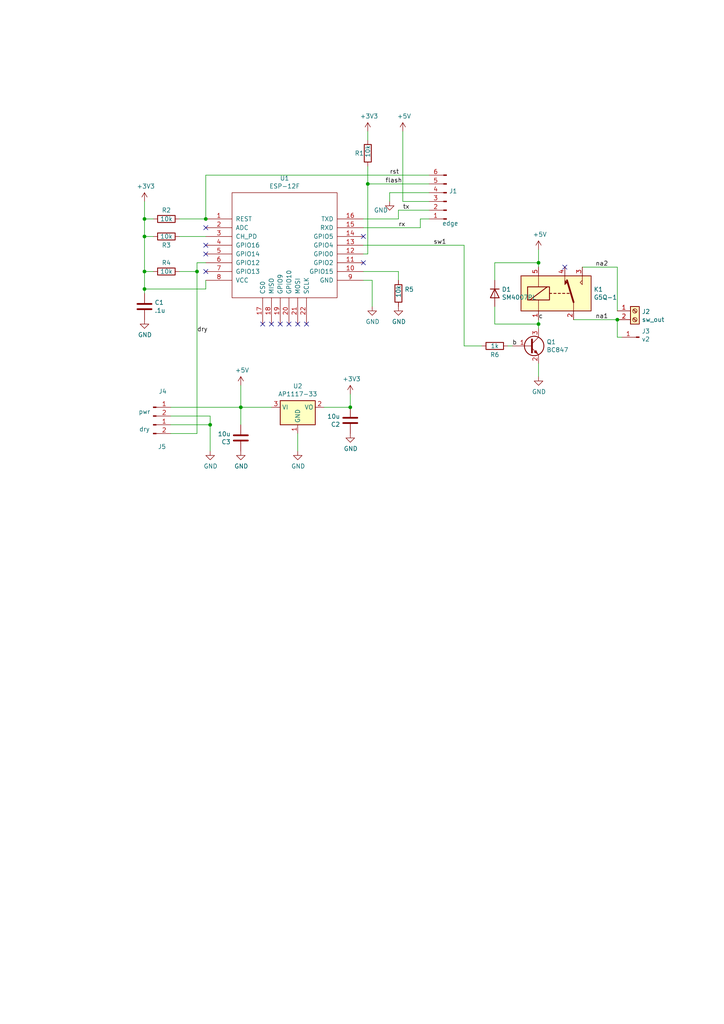
<source format=kicad_sch>
(kicad_sch (version 20230121) (generator eeschema)
  (paper "A4" portrait)
  (lib_symbols
    (symbol "Device:C" (pin_numbers hide) (pin_names (offset 0.254))
      (property "Reference" "C" (at 0.635 2.54 0))
      (property "Value" "C" (at 0.635 -2.54 0))
      (symbol "C_0_1"
        (polyline (pts (xy -2.032 -0.762) (xy 2.032 -0.762)) (stroke (width 0.508)))
        (polyline (pts (xy -2.032 0.762) (xy 2.032 0.762)) (stroke (width 0.508)))
      )
      (symbol "C_1_1"
        (pin passive line (at 0 3.81 270) (length 2.794) (name "~") (number "1"))
        (pin passive line (at 0 -3.81 90) (length 2.794) (name "~") (number "2"))
      )
    )
    (symbol "Device:R" (pin_numbers hide) (pin_names (offset 0))
      (property "Reference" "R" (at 2.032 0 90))
      (property "Value" "R" (at 0 0 90))
      (symbol "R_0_1"
        (rectangle (start -1.016 -2.54) (end 1.016 2.54) (stroke (width 0.254)))
      )
      (symbol "R_1_1"
        (pin passive line (at 0 3.81 270) (length 1.27) (name "~") (number "1"))
        (pin passive line (at 0 -3.81 90) (length 1.27) (name "~") (number "2"))
      )
    )
    (symbol "Regulator_Linear:AP1117-33"
      (property "Reference" "U" (at -3.81 3.175 0))
      (property "Value" "AP1117-33" (at 0 3.175 0))
      (symbol "AP1117-33_0_1"
        (rectangle (start -5.08 -5.08) (end 5.08 1.905) (stroke (width 0.254)) (fill (type background)))
      )
      (symbol "AP1117-33_1_1"
        (pin power_in line (at 0 -7.62 90) (length 2.54) (name "GND") (number "1"))
        (pin power_out line (at 7.62 0 180) (length 2.54) (name "VO") (number "2"))
        (pin power_in line (at -7.62 0 0) (length 2.54) (name "VI") (number "3"))
      )
    )
    (symbol "Relay:G5Q-1"
      (property "Reference" "K" (at 11.43 3.81 0))
      (property "Value" "G5Q-1" (at 11.43 1.27 0))
      (symbol "G5Q-1_0_0"
        (polyline (pts (xy 7.62 5.08) (xy 7.62 2.54) (xy 6.985 3.175) (xy 7.62 3.81)))
      )
      (symbol "G5Q-1_0_1"
        (rectangle (start -10.16 5.08) (end 10.16 -5.08) (stroke (width 0.254)) (fill (type background)))
        (rectangle (start -8.255 1.905) (end -1.905 -1.905) (stroke (width 0.254)))
        (polyline (pts (xy -7.62 -1.905) (xy -2.54 1.905)) (stroke (width 0.254)))
        (polyline (pts (xy -5.08 -5.08) (xy -5.08 -1.905)))
        (polyline (pts (xy -5.08 5.08) (xy -5.08 1.905)))
        (polyline (pts (xy -1.905 0) (xy -1.27 0)) (stroke (width 0.254)))
        (polyline (pts (xy -0.635 0) (xy 0 0)) (stroke (width 0.254)))
        (polyline (pts (xy 0.635 0) (xy 1.27 0)) (stroke (width 0.254)))
        (polyline (pts (xy 1.905 0) (xy 2.54 0)) (stroke (width 0.254)))
        (polyline (pts (xy 3.175 0) (xy 3.81 0)) (stroke (width 0.254)))
        (polyline (pts (xy 5.08 -2.54) (xy 3.175 3.81)) (stroke (width 0.508)))
        (polyline (pts (xy 5.08 -2.54) (xy 5.08 -5.08)))
        (polyline (pts (xy 2.54 5.08) (xy 2.54 2.54) (xy 3.175 3.175) (xy 2.54 3.81)) (fill (type outline)))
      )
      (symbol "G5Q-1_1_1"
        (pin passive line (at -5.08 -7.62 90) (length 2.54) (name "~") (number "1"))
        (pin passive line (at 5.08 -7.62 90) (length 2.54) (name "~") (number "2"))
        (pin passive line (at 7.62 7.62 270) (length 2.54) (name "~") (number "3"))
        (pin passive line (at 2.54 7.62 270) (length 2.54) (name "~") (number "4"))
        (pin passive line (at -5.08 7.62 270) (length 2.54) (name "~") (number "5"))
      )
    )
    (symbol "Transistor_BJT:BC847" (pin_names (offset 0) hide)
      (property "Reference" "Q" (at 5.08 1.905 0))
      (property "Value" "BC847" (at 5.08 0 0))
      (symbol "BC847_0_1"
        (polyline (pts (xy 0.635 0.635) (xy 2.54 2.54)))
        (polyline (pts (xy 0.635 -0.635) (xy 2.54 -2.54) (xy 2.54 -2.54)))
        (polyline (pts (xy 0.635 1.905) (xy 0.635 -1.905) (xy 0.635 -1.905)) (stroke (width 0.508)))
        (polyline (pts (xy 1.27 -1.778) (xy 1.778 -1.27) (xy 2.286 -2.286) (xy 1.27 -1.778) (xy 1.27 -1.778)) (fill (type outline)))
        (circle (center 1.27 0) (radius 2.8194) (stroke (width 0.254)))
      )
      (symbol "BC847_1_1"
        (pin input line (at -5.08 0 0) (length 5.715) (name "B") (number "1"))
        (pin passive line (at 2.54 -5.08 90) (length 2.54) (name "E") (number "2"))
        (pin passive line (at 2.54 5.08 270) (length 2.54) (name "C") (number "3"))
      )
    )
    (symbol "device01-rescue:+3.3V-power" (power) (pin_names (offset 0))
      (property "Value" "+3.3V-power" (at 0 3.556 0))
      (symbol "+3.3V-power_0_1"
        (polyline (pts (xy -0.762 1.27) (xy 0 2.54)))
        (polyline (pts (xy 0 0) (xy 0 2.54)))
        (polyline (pts (xy 0 2.54) (xy 0.762 1.27)))
      )
      (symbol "+3.3V-power_1_1"
        (pin power_in line (at 0 0 90) (length 0) hide (name "+3V3") (number "1"))
      )
    )
    (symbol "device01-rescue:Conn_01x01_Male-Connector" (pin_names (offset 1.016) hide)
      (property "Reference" "J" (at 0 2.54 0))
      (property "Value" "Connector_Conn_01x01_Male" (at 0 -2.54 0))
      (symbol "Conn_01x01_Male-Connector_1_1"
        (polyline (pts (xy 1.27 0) (xy 0.8636 0)) (stroke (width 0.1524)))
        (rectangle (start 0.8636 0.127) (end 0 -0.127) (stroke (width 0.1524)) (fill (type outline)))
        (pin passive line (at 5.08 0 180) (length 3.81) (name "Pin_1") (number "1"))
      )
    )
    (symbol "device01-rescue:Conn_01x02_Male-Connector" (pin_names (offset 1.016) hide)
      (property "Reference" "J" (at 0 2.54 0))
      (property "Value" "Connector_Conn_01x02_Male" (at 0 -5.08 0))
      (symbol "Conn_01x02_Male-Connector_1_1"
        (polyline (pts (xy 1.27 -2.54) (xy 0.8636 -2.54)) (stroke (width 0.1524)))
        (polyline (pts (xy 1.27 0) (xy 0.8636 0)) (stroke (width 0.1524)))
        (rectangle (start 0.8636 -2.413) (end 0 -2.667) (stroke (width 0.1524)) (fill (type outline)))
        (rectangle (start 0.8636 0.127) (end 0 -0.127) (stroke (width 0.1524)) (fill (type outline)))
        (pin passive line (at 5.08 0 180) (length 3.81) (name "Pin_1") (number "1"))
        (pin passive line (at 5.08 -2.54 180) (length 3.81) (name "Pin_2") (number "2"))
      )
    )
    (symbol "device01-rescue:Conn_01x06_Male-Connector" (pin_names (offset 1.016) hide)
      (property "Reference" "J" (at 0 7.62 0))
      (property "Value" "Connector_Conn_01x06_Male" (at 0 -10.16 0))
      (symbol "Conn_01x06_Male-Connector_1_1"
        (polyline (pts (xy 1.27 -7.62) (xy 0.8636 -7.62)) (stroke (width 0.1524)))
        (polyline (pts (xy 1.27 -5.08) (xy 0.8636 -5.08)) (stroke (width 0.1524)))
        (polyline (pts (xy 1.27 -2.54) (xy 0.8636 -2.54)) (stroke (width 0.1524)))
        (polyline (pts (xy 1.27 0) (xy 0.8636 0)) (stroke (width 0.1524)))
        (polyline (pts (xy 1.27 2.54) (xy 0.8636 2.54)) (stroke (width 0.1524)))
        (polyline (pts (xy 1.27 5.08) (xy 0.8636 5.08)) (stroke (width 0.1524)))
        (rectangle (start 0.8636 -7.493) (end 0 -7.747) (stroke (width 0.1524)) (fill (type outline)))
        (rectangle (start 0.8636 -4.953) (end 0 -5.207) (stroke (width 0.1524)) (fill (type outline)))
        (rectangle (start 0.8636 -2.413) (end 0 -2.667) (stroke (width 0.1524)) (fill (type outline)))
        (rectangle (start 0.8636 0.127) (end 0 -0.127) (stroke (width 0.1524)) (fill (type outline)))
        (rectangle (start 0.8636 2.667) (end 0 2.413) (stroke (width 0.1524)) (fill (type outline)))
        (rectangle (start 0.8636 5.207) (end 0 4.953) (stroke (width 0.1524)) (fill (type outline)))
        (pin passive line (at 5.08 5.08 180) (length 3.81) (name "Pin_1") (number "1"))
        (pin passive line (at 5.08 2.54 180) (length 3.81) (name "Pin_2") (number "2"))
        (pin passive line (at 5.08 0 180) (length 3.81) (name "Pin_3") (number "3"))
        (pin passive line (at 5.08 -2.54 180) (length 3.81) (name "Pin_4") (number "4"))
        (pin passive line (at 5.08 -5.08 180) (length 3.81) (name "Pin_5") (number "5"))
        (pin passive line (at 5.08 -7.62 180) (length 3.81) (name "Pin_6") (number "6"))
      )
    )
    (symbol "device02-cache:Connector_Screw_Terminal_01x02" (pin_names (offset 1.016) hide)
      (property "Reference" "J" (at 0 2.54 0))
      (property "Value" "Connector_Screw_Terminal_01x02" (at 0 -5.08 0))
      (symbol "Connector_Screw_Terminal_01x02_1_1"
        (rectangle (start -1.27 1.27) (end 1.27 -3.81) (stroke (width 0.254)) (fill (type background)))
        (circle (center 0 -2.54) (radius 0.635) (stroke (width 0.1524)))
        (polyline (pts (xy -0.5334 -2.2098) (xy 0.3302 -3.048)) (stroke (width 0.1524)))
        (polyline (pts (xy -0.5334 0.3302) (xy 0.3302 -0.508)) (stroke (width 0.1524)))
        (polyline (pts (xy -0.3556 -2.032) (xy 0.508 -2.8702)) (stroke (width 0.1524)))
        (polyline (pts (xy -0.3556 0.508) (xy 0.508 -0.3302)) (stroke (width 0.1524)))
        (circle (center 0 0) (radius 0.635) (stroke (width 0.1524)))
        (pin passive line (at -5.08 0 0) (length 3.81) (name "Pin_1") (number "1"))
        (pin passive line (at -5.08 -2.54 0) (length 3.81) (name "Pin_2") (number "2"))
      )
    )
    (symbol "device02-rescue:ESP-12F-esp" (pin_names (offset 1.016))
      (property "Reference" "U" (at 0 -2.54 0))
      (property "Value" "ESP-12F-esp" (at 0 2.54 0))
      (symbol "ESP-12F-esp_1_0"
        (rectangle (start -15.24 -15.24) (end 15.24 15.24))
      )
      (symbol "ESP-12F-esp_1_1"
        (pin input line (at -22.86 7.62 0) (length 7.62) (name "REST") (number "1"))
        (pin bidirectional line (at 22.86 -7.62 180) (length 7.62) (name "GPIO15") (number "10"))
        (pin bidirectional line (at 22.86 -5.08 180) (length 7.62) (name "GPIO2") (number "11"))
        (pin bidirectional line (at 22.86 -2.54 180) (length 7.62) (name "GPIO0") (number "12"))
        (pin bidirectional line (at 22.86 0 180) (length 7.62) (name "GPIO4") (number "13"))
        (pin bidirectional line (at 22.86 2.54 180) (length 7.62) (name "GPIO5") (number "14"))
        (pin input line (at 22.86 5.08 180) (length 7.62) (name "RXD") (number "15"))
        (pin output line (at 22.86 7.62 180) (length 7.62) (name "TXD") (number "16"))
        (pin bidirectional line (at -6.35 -22.86 90) (length 7.62) (name "CS0") (number "17"))
        (pin bidirectional line (at -3.81 -22.86 90) (length 7.62) (name "MISO") (number "18"))
        (pin bidirectional line (at -1.27 -22.86 90) (length 7.62) (name "GPIO9") (number "19"))
        (pin passive line (at -22.86 5.08 0) (length 7.62) (name "ADC") (number "2"))
        (pin bidirectional line (at 1.27 -22.86 90) (length 7.62) (name "GPIO10") (number "20"))
        (pin bidirectional line (at 3.81 -22.86 90) (length 7.62) (name "MOSI") (number "21"))
        (pin bidirectional line (at 6.35 -22.86 90) (length 7.62) (name "SCLK") (number "22"))
        (pin input line (at -22.86 2.54 0) (length 7.62) (name "CH_PD") (number "3"))
        (pin bidirectional line (at -22.86 0 0) (length 7.62) (name "GPIO16") (number "4"))
        (pin bidirectional line (at -22.86 -2.54 0) (length 7.62) (name "GPIO14") (number "5"))
        (pin bidirectional line (at -22.86 -5.08 0) (length 7.62) (name "GPIO12") (number "6"))
        (pin bidirectional line (at -22.86 -7.62 0) (length 7.62) (name "GPIO13") (number "7"))
        (pin power_in line (at -22.86 -10.16 0) (length 7.62) (name "VCC") (number "8"))
        (pin power_in line (at 22.86 -10.16 180) (length 7.62) (name "GND") (number "9"))
      )
    )
    (symbol "device02-rescue:SM4007PL-estebanc2" (pin_numbers hide) (pin_names (offset 1.016) hide)
      (property "Reference" "D" (at 0 2.54 0))
      (property "Value" "SM4007PL-estebanc2" (at 0 -2.54 0))
      (symbol "SM4007PL-estebanc2_0_1"
        (polyline (pts (xy -1.27 1.27) (xy -1.27 -1.27)) (stroke (width 0.254)))
        (polyline (pts (xy 1.27 0) (xy -1.27 0)))
        (polyline (pts (xy 1.27 1.27) (xy 1.27 -1.27) (xy -1.27 0) (xy 1.27 1.27)) (stroke (width 0.254)))
      )
      (symbol "SM4007PL-estebanc2_1_1"
        (pin passive line (at -3.81 0 0) (length 2.54) (name "K") (number "1"))
        (pin passive line (at 3.81 0 180) (length 2.54) (name "A") (number "2"))
      )
    )
    (symbol "power:+5V" (power) (pin_names (offset 0))
      (property "Value" "+5V" (at 0 3.556 0))
      (symbol "+5V_0_1"
        (polyline (pts (xy -0.762 1.27) (xy 0 2.54)))
        (polyline (pts (xy 0 0) (xy 0 2.54)))
        (polyline (pts (xy 0 2.54) (xy 0.762 1.27)))
      )
      (symbol "+5V_1_1"
        (pin power_in line (at 0 0 90) (length 0) hide (name "+5V") (number "1"))
      )
    )
    (symbol "power:GND" (power) (pin_names (offset 0))
      (property "Value" "GND" (at 0 -3.81 0))
      (symbol "GND_0_1"
        (polyline (pts (xy 0 0) (xy 0 -1.27) (xy 1.27 -1.27) (xy 0 -2.54) (xy -1.27 -1.27) (xy 0 -1.27)))
      )
      (symbol "GND_1_1"
        (pin power_in line (at 0 0 270) (length 0) hide (name "GND") (number "1"))
      )
    )
  )
  (junction (at 41.91 78.74))
  (junction (at 57.15 78.74))
  (junction (at 106.68 53.34))
  (junction (at 179.07 92.71))
  (junction (at 41.91 83.82))
  (junction (at 156.21 76.2))
  (junction (at 41.91 63.5))
  (junction (at 41.91 68.58))
  (junction (at 156.21 93.98))
  (junction (at 59.69 63.5))
  (junction (at 60.96 123.19))
  (junction (at 101.6 118.11))
  (junction (at 69.85 118.11))
  (no_connect (at 59.69 78.74))
  (no_connect (at 83.82 93.98))
  (no_connect (at 105.41 68.58))
  (no_connect (at 59.69 73.66))
  (no_connect (at 163.83 77.47))
  (no_connect (at 86.36 93.98))
  (no_connect (at 59.69 71.12))
  (no_connect (at 76.2 93.98))
  (no_connect (at 81.28 93.98))
  (no_connect (at 59.69 66.04))
  (no_connect (at 105.41 76.2))
  (no_connect (at 88.9 93.98))
  (no_connect (at 78.74 93.98))
  (wire (pts (xy 60.96 120.65) (xy 60.96 123.19)))
  (wire (pts (xy 59.69 50.8) (xy 59.69 63.5)))
  (wire (pts (xy 166.37 92.71) (xy 179.07 92.71)))
  (wire (pts (xy 121.92 66.04) (xy 121.92 63.5)))
  (wire (pts (xy 124.46 53.34) (xy 106.68 53.34)))
  (wire (pts (xy 78.74 118.11) (xy 69.85 118.11)))
  (wire (pts (xy 116.84 58.42) (xy 124.46 58.42)))
  (wire (pts (xy 156.21 76.2) (xy 156.21 77.47)))
  (wire (pts (xy 69.85 111.76) (xy 69.85 118.11)))
  (wire (pts (xy 59.69 50.8) (xy 124.46 50.8)))
  (wire (pts (xy 105.41 66.04) (xy 121.92 66.04)))
  (wire (pts (xy 107.95 81.28) (xy 107.95 88.9)))
  (wire (pts (xy 44.45 78.74) (xy 41.91 78.74)))
  (wire (pts (xy 57.15 76.2) (xy 57.15 78.74)))
  (wire (pts (xy 41.91 68.58) (xy 41.91 63.5)))
  (wire (pts (xy 121.92 63.5) (xy 124.46 63.5)))
  (wire (pts (xy 41.91 83.82) (xy 41.91 85.09)))
  (wire (pts (xy 59.69 76.2) (xy 57.15 76.2)))
  (wire (pts (xy 41.91 63.5) (xy 41.91 58.42)))
  (wire (pts (xy 59.69 81.28) (xy 59.69 83.82)))
  (wire (pts (xy 113.03 55.88) (xy 113.03 58.42)))
  (wire (pts (xy 59.69 83.82) (xy 41.91 83.82)))
  (wire (pts (xy 147.32 100.33) (xy 148.59 100.33)))
  (wire (pts (xy 101.6 114.3) (xy 101.6 118.11)))
  (wire (pts (xy 156.21 76.2) (xy 143.51 76.2)))
  (wire (pts (xy 52.07 68.58) (xy 59.69 68.58)))
  (wire (pts (xy 115.57 78.74) (xy 115.57 81.28)))
  (wire (pts (xy 106.68 48.26) (xy 106.68 53.34)))
  (wire (pts (xy 52.07 78.74) (xy 57.15 78.74)))
  (wire (pts (xy 41.91 68.58) (xy 41.91 78.74)))
  (wire (pts (xy 60.96 123.19) (xy 60.96 130.81)))
  (wire (pts (xy 156.21 93.98) (xy 143.51 93.98)))
  (wire (pts (xy 57.15 125.73) (xy 57.15 78.74)))
  (wire (pts (xy 156.21 93.98) (xy 156.21 95.25)))
  (wire (pts (xy 86.36 125.73) (xy 86.36 130.81)))
  (wire (pts (xy 134.62 71.12) (xy 134.62 100.33)))
  (wire (pts (xy 143.51 93.98) (xy 143.51 88.9)))
  (wire (pts (xy 69.85 123.19) (xy 69.85 118.11)))
  (wire (pts (xy 115.57 63.5) (xy 115.57 60.96)))
  (wire (pts (xy 49.53 125.73) (xy 57.15 125.73)))
  (wire (pts (xy 179.07 97.79) (xy 179.07 92.71)))
  (wire (pts (xy 49.53 120.65) (xy 60.96 120.65)))
  (wire (pts (xy 105.41 71.12) (xy 134.62 71.12)))
  (wire (pts (xy 105.41 73.66) (xy 106.68 73.66)))
  (wire (pts (xy 105.41 81.28) (xy 107.95 81.28)))
  (wire (pts (xy 44.45 68.58) (xy 41.91 68.58)))
  (wire (pts (xy 41.91 78.74) (xy 41.91 83.82)))
  (wire (pts (xy 101.6 118.11) (xy 93.98 118.11)))
  (wire (pts (xy 116.84 58.42) (xy 116.84 38.1)))
  (wire (pts (xy 105.41 63.5) (xy 115.57 63.5)))
  (wire (pts (xy 105.41 78.74) (xy 115.57 78.74)))
  (wire (pts (xy 49.53 123.19) (xy 60.96 123.19)))
  (wire (pts (xy 106.68 53.34) (xy 106.68 73.66)))
  (wire (pts (xy 106.68 40.64) (xy 106.68 38.1)))
  (wire (pts (xy 49.53 118.11) (xy 69.85 118.11)))
  (wire (pts (xy 115.57 60.96) (xy 124.46 60.96)))
  (wire (pts (xy 156.21 92.71) (xy 156.21 93.98)))
  (wire (pts (xy 179.07 77.47) (xy 179.07 90.17)))
  (wire (pts (xy 156.21 105.41) (xy 156.21 109.22)))
  (wire (pts (xy 59.69 63.5) (xy 52.07 63.5)))
  (wire (pts (xy 156.21 72.39) (xy 156.21 76.2)))
  (wire (pts (xy 44.45 63.5) (xy 41.91 63.5)))
  (wire (pts (xy 134.62 100.33) (xy 139.7 100.33)))
  (wire (pts (xy 168.91 77.47) (xy 179.07 77.47)))
  (wire (pts (xy 180.34 97.79) (xy 179.07 97.79)))
  (wire (pts (xy 124.46 55.88) (xy 113.03 55.88)))
  (wire (pts (xy 143.51 76.2) (xy 143.51 81.28)))
  (label "rst" (at 113.03 50.8 0))
  (label "c" (at 156.21 92.71 0))
  (label "na2" (at 172.72 77.47 0))
  (label "dry" (at 57.15 96.52 0))
  (label "rx" (at 115.57 66.04 0))
  (label "na1" (at 172.72 92.71 0))
  (label "sw1" (at 125.73 71.12 0))
  (label "flash" (at 111.76 53.34 0))
  (label "b" (at 148.59 100.33 0))
  (label "tx" (at 116.84 60.96 0))
  (symbol (lib_id "Device:R") (at 48.26 63.5 270) (unit 1)
    (property "Reference" "R2" (at 48.26 60.96 90))
    (property "Value" "10k" (at 48.26 63.5 90))
    (property "Footprint" "device022:C_0402_1005Metric" (effects hide))
  )
  (symbol (lib_id "Device:R") (at 48.26 68.58 270) (unit 1)
    (property "Reference" "R3" (at 48.26 71.12 90))
    (property "Value" "10k" (at 48.26 68.58 90))
    (property "Footprint" "device022:C_0402_1005Metric" (effects hide))
  )
  (symbol (lib_id "device02-rescue:ESP-12F-esp") (at 82.55 71.12 0) (unit 1)
    (property "Reference" "U1" (at 82.55 51.689 0))
    (property "Value" "ESP-12F" (at 82.55 54.0004 0))
    (property "Footprint" "device022:ESP-12E_SMD" (effects hide))
  )
  (symbol (lib_id "Regulator_Linear:AP1117-33") (at 86.36 118.11 0) (unit 1)
    (property "Reference" "U2" (at 86.36 111.9632 0))
    (property "Value" "AP1117-33" (at 86.36 114.2746 0))
    (property "Footprint" "Package_TO_SOT_SMD:SOT-223-3_TabPin2" (effects hide))
    (property "Datasheet" "http://www.diodes.com/datasheets/AP1117.pdf" (effects hide))
  )
  (symbol (lib_id "power:GND") (at 86.36 130.81 0) (unit 1)
    (property "Reference" "#PWR015" (effects hide))
    (property "Value" "GND" (at 86.487 135.2042 0))
  )
  (symbol (lib_id "power:+5V") (at 69.85 111.76 0) (unit 1)
    (property "Reference" "#PWR010" (effects hide))
    (property "Value" "+5V" (at 70.231 107.3658 0))
  )
  (symbol (lib_id "device01-rescue:+3.3V-power") (at 101.6 114.3 0) (unit 1)
    (property "Reference" "#PWR011" (effects hide))
    (property "Value" "+3.3V" (at 101.981 109.9058 0))
  )
  (symbol (lib_id "Device:R") (at 48.26 78.74 90) (unit 1)
    (property "Reference" "R4" (at 48.26 76.2 90))
    (property "Value" "10k" (at 48.26 78.74 90))
    (property "Footprint" "device022:C_0402_1005Metric" (effects hide))
  )
  (symbol (lib_id "Relay:G5Q-1") (at 161.29 85.09 0) (unit 1)
    (property "Reference" "K1" (at 172.212 83.9216 0) (effects (justify left)))
    (property "Value" "G5Q-1" (at 172.212 86.233 0) (effects (justify left)))
    (property "Footprint" "Relay_THT:Relay_SPDT_Omron-G5Q-1" (effects hide))
    (property "Datasheet" "https://www.omron.com/ecb/products/pdf/en-g5q.pdf" (effects hide))
  )
  (symbol (lib_id "power:GND") (at 156.21 109.22 0) (unit 1)
    (property "Reference" "#PWR09" (effects hide))
    (property "Value" "GND" (at 156.337 113.6142 0))
  )
  (symbol (lib_id "Transistor_BJT:BC847") (at 153.67 100.33 0) (unit 1)
    (property "Reference" "Q1" (at 158.5214 99.1616 0) (effects (justify left)))
    (property "Value" "BC847" (at 158.5214 101.473 0) (effects (justify left)))
    (property "Footprint" "Package_TO_SOT_SMD:SOT-23" (effects hide))
    (property "Datasheet" "http://www.infineon.com/dgdl/Infineon-BC847SERIES_BC848SERIES_BC849SERIES_BC850SERIES-DS-v01_01-en.pdf?fileId=db3a304314dca389011541d4630a1657" (effects hide))
  )
  (symbol (lib_id "power:+5V") (at 156.21 72.39 0) (unit 1)
    (property "Reference" "#PWR05" (effects hide))
    (property "Value" "+5V" (at 156.591 67.9958 0))
  )
  (symbol (lib_id "Device:R") (at 143.51 100.33 90) (unit 1)
    (property "Reference" "R6" (at 143.51 102.87 90))
    (property "Value" "1k" (at 143.51 100.33 90))
    (property "Footprint" "device022:C_0402_1005Metric" (effects hide))
  )
  (symbol (lib_id "power:GND") (at 107.95 88.9 0) (unit 1)
    (property "Reference" "#PWR06" (effects hide))
    (property "Value" "GND" (at 108.077 93.2942 0))
  )
  (symbol (lib_id "Device:C") (at 101.6 121.92 180) (unit 1)
    (property "Reference" "C2" (at 98.679 123.0884 0) (effects (justify left)))
    (property "Value" "10u" (at 98.679 120.777 0) (effects (justify left)))
    (property "Footprint" "device022:C_1206_3216Metric" (effects hide))
  )
  (symbol (lib_id "power:GND") (at 101.6 125.73 0) (unit 1)
    (property "Reference" "#PWR012" (effects hide))
    (property "Value" "GND" (at 101.727 130.1242 0))
  )
  (symbol (lib_id "Device:C") (at 69.85 127 180) (unit 1)
    (property "Reference" "C3" (at 66.929 128.1684 0) (effects (justify left)))
    (property "Value" "10u" (at 66.929 125.857 0) (effects (justify left)))
    (property "Footprint" "device022:C_1206_3216Metric" (effects hide))
  )
  (symbol (lib_id "power:GND") (at 69.85 130.81 0) (unit 1)
    (property "Reference" "#PWR014" (effects hide))
    (property "Value" "GND" (at 69.977 135.2042 0))
  )
  (symbol (lib_id "Device:C") (at 41.91 88.9 0) (unit 1)
    (property "Reference" "C1" (at 44.831 87.7316 0) (effects (justify left)))
    (property "Value" ".1u" (at 44.831 90.043 0) (effects (justify left)))
    (property "Footprint" "device022:C_0402_1005Metric" (effects hide))
  )
  (symbol (lib_id "power:GND") (at 41.91 92.71 0) (unit 1)
    (property "Reference" "#PWR08" (effects hide))
    (property "Value" "GND" (at 42.037 97.1042 0))
  )
  (symbol (lib_id "device01-rescue:+3.3V-power") (at 41.91 58.42 0) (unit 1)
    (property "Reference" "#PWR03" (effects hide))
    (property "Value" "+3.3V" (at 42.291 54.0258 0))
  )
  (symbol (lib_id "power:GND") (at 113.03 58.42 0) (unit 1)
    (property "Reference" "#PWR04" (effects hide))
    (property "Value" "GND" (at 110.49 60.96 0))
  )
  (symbol (lib_id "device01-rescue:Conn_01x06_Male-Connector") (at 129.54 58.42 180) (unit 1)
    (property "Reference" "J1" (at 130.2512 55.4228 0) (effects (justify right)))
    (property "Value" "edge" (at 128.27 64.77 0) (effects (justify right)))
    (property "Footprint" "device022:edge6" (effects hide))
  )
  (symbol (lib_id "Device:R") (at 106.68 44.45 0) (unit 1)
    (property "Reference" "R1" (at 102.87 44.45 0) (effects (justify left)))
    (property "Value" "10k" (at 106.68 45.72 90) (effects (justify left)))
    (property "Footprint" "device022:C_0402_1005Metric" (effects hide))
  )
  (symbol (lib_id "Device:R") (at 115.57 85.09 0) (unit 1)
    (property "Reference" "R5" (at 117.348 83.9216 0) (effects (justify left)))
    (property "Value" "10k" (at 115.57 86.36 90) (effects (justify left)))
    (property "Footprint" "device022:C_0402_1005Metric" (effects hide))
  )
  (symbol (lib_id "device02-rescue:SM4007PL-estebanc2") (at 143.51 85.09 270) (unit 1)
    (property "Reference" "D1" (at 145.542 83.9216 90) (effects (justify left)))
    (property "Value" "SM4007PL" (at 145.542 86.233 90) (effects (justify left)))
    (property "Footprint" "device022:SM4007PL" (effects hide))
    (property "Datasheet" "http://www.vishay.com/docs/88503/1n4001.pdf" (effects hide))
  )
  (symbol (lib_id "power:GND") (at 115.57 88.9 0) (unit 1)
    (property "Reference" "#PWR07" (effects hide))
    (property "Value" "GND" (at 115.697 93.2942 0))
  )
  (symbol (lib_id "device01-rescue:+3.3V-power") (at 106.68 38.1 0) (unit 1)
    (property "Reference" "#PWR01" (effects hide))
    (property "Value" "+3.3V" (at 107.061 33.7058 0))
  )
  (symbol (lib_id "power:GND") (at 60.96 130.81 0) (unit 1)
    (property "Reference" "#PWR013" (effects hide))
    (property "Value" "GND" (at 61.087 135.2042 0))
  )
  (symbol (lib_id "device02-cache:Connector_Screw_Terminal_01x02") (at 184.15 90.17 0) (unit 1)
    (property "Reference" "J2" (at 186.182 90.3732 0) (effects (justify left)))
    (property "Value" "sw_out" (at 186.182 92.6846 0) (effects (justify left)))
    (property "Footprint" "device022:TerminalBlock_RND_205-00232_1x02_P5.08mm_Horizontal" (effects hide))
  )
  (symbol (lib_id "device01-rescue:Conn_01x02_Male-Connector") (at 44.45 118.11 0) (unit 1)
    (property "Reference" "J4" (at 47.1932 113.5126 0))
    (property "Value" "pwr" (at 41.91 119.38 0))
    (property "Footprint" "device022:PinHeader_1x02_P2.54mm_Vertical" (effects hide))
  )
  (symbol (lib_id "device01-rescue:Conn_01x02_Male-Connector") (at 44.45 123.19 0) (unit 1)
    (property "Reference" "J5" (at 46.99 129.54 0))
    (property "Value" "dry" (at 41.91 124.46 0))
    (property "Footprint" "device022:PinHeader_1x02_P2.54mm_Vertical" (effects hide))
  )
  (symbol (lib_id "power:+5V") (at 116.84 38.1 0) (unit 1)
    (property "Reference" "#PWR02" (effects hide))
    (property "Value" "+5V" (at 117.221 33.7058 0))
  )
  (symbol (lib_id "device01-rescue:Conn_01x01_Male-Connector") (at 185.42 97.79 180) (unit 1)
    (property "Reference" "J3" (at 186.1312 96.0628 0) (effects (justify right)))
    (property "Value" "v2" (at 186.1312 98.3742 0) (effects (justify right)))
    (property "Footprint" "device022:1wirehole" (effects hide))
  )
)
</source>
